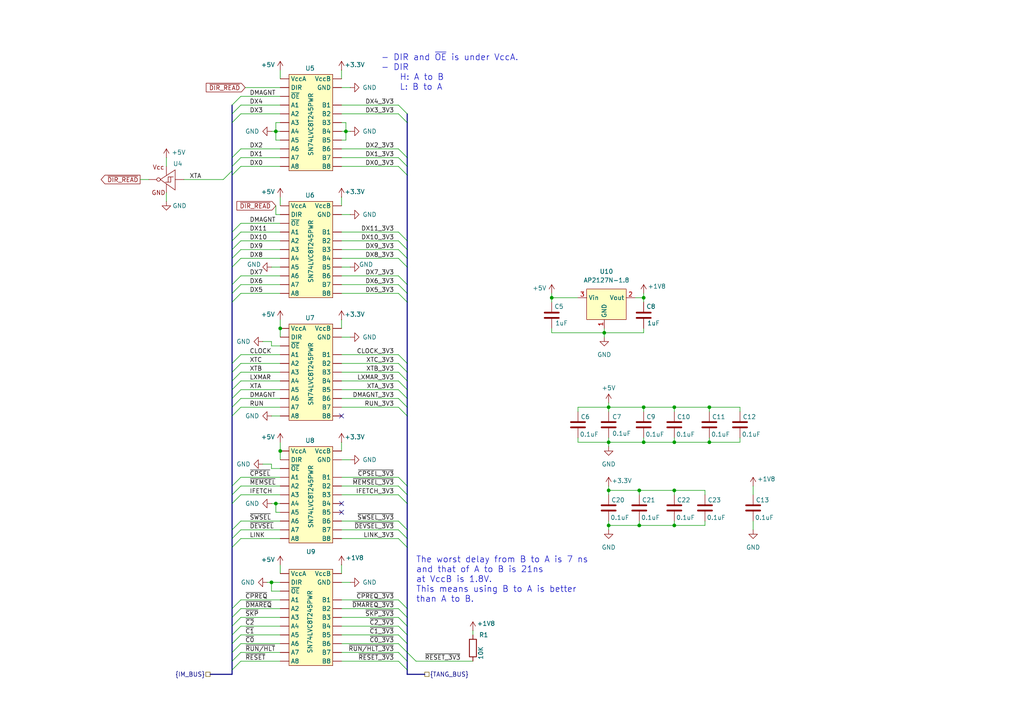
<source format=kicad_sch>
(kicad_sch (version 20250114) (generator "eeschema") (generator_version "9.0")
  (paper "A4")
  (title_block (title "PDP-8_IM6100") (date "2025-11-01") (rev "2.0") (company "@nosuz"))
  (lib_symbols
    (symbol "0my_project:AP2127N-1.8"
      (property "Reference" "U" (at -5.588 5.08 0))
      (property "Value" "AP2127N-1.8" (at 6.35 -6.604 0))
      (symbol "AP2127N-1.8_1_1"
        (rectangle (start -6.35 3.81) (end 5.08 -5.08) (fill (type background)))
        (pin power_in line (at -8.89 1.27 0) (length 2.54) (name "Vin") (number "3"))
        (pin output line (at -1.27 -7.62 90) (length 2.54) (name "GND") (number "1"))
        (pin power_out line (at 7.62 1.27 180) (length 2.54) (name "Vout") (number "2"))
      )
    )
    (symbol "0my_project:SN74AHCT1G14DBVR" (pin_numbers (hide yes)) (pin_names (offset 0) (hide yes))
      (property "Reference" "U" (at 5.334 3.048 0))
      (symbol "SN74AHCT1G14DBVR_0_1"
        (polyline (pts (xy -2.54 2.794) (xy 1.778 0) (xy -2.54 -3.048) (xy -2.54 2.794)))
        (rectangle (start -1.27 0.762) (end -0.508 -0.762))
        (polyline (pts (xy -1.27 0.762) (xy -2.032 0.762)))
        (polyline (pts (xy -0.508 -0.762) (xy 0.254 -0.762)))
        (circle (center 2.286 0) (radius 0.508))
      )
      (symbol "SN74AHCT1G14DBVR_1_1"
        (text "Vcc" (at 2.286 3.556 0) (effects (font (size 1.27 1.27))))
        (text "GND" (at 2.286 -3.81 0) (effects (font (size 1.27 1.27))))
        (pin no_connect line (at -5.08 2.54 0) (length 2.54) (hide yes) (name "NC") (number "1"))
        (pin input line (at -5.08 0 0) (length 2.54) (name "A") (number "2"))
        (pin power_in line (at 0 3.81 270) (length 2.54) (name "Vcc") (number "5"))
        (pin power_in line (at 0 -3.81 90) (length 2.54) (name "GND") (number "3"))
        (pin output line (at 5.08 0 180) (length 2.286) (name "Y") (number "4"))
      )
    )
    (symbol "0my_project:SN74LVC8T245PWR" (pin_numbers (hide yes))
      (property "Reference" "U" (at -5.08 14.732 0))
      (property "Value" "SN74LVC8T245PWR" (at 0 0 90))
      (symbol "SN74LVC8T245PWR_1_1"
        (rectangle (start -6.35 12.7) (end 6.35 -15.24) (fill (type background)))
        (pin power_in line (at -8.89 11.43 0) (length 2.54) (name "VccA") (number "1"))
        (pin bidirectional line (at -8.89 8.89 0) (length 2.54) (name "DIR") (number "2"))
        (pin bidirectional line (at -8.89 6.35 0) (length 2.54) (name "~{OE}") (number "22"))
        (pin bidirectional line (at -8.89 3.81 0) (length 2.54) (name "A1") (number "3"))
        (pin bidirectional line (at -8.89 1.27 0) (length 2.54) (name "A2") (number "4"))
        (pin bidirectional line (at -8.89 -1.27 0) (length 2.54) (name "A3") (number "5"))
        (pin bidirectional line (at -8.89 -3.81 0) (length 2.54) (name "A4") (number "6"))
        (pin bidirectional line (at -8.89 -6.35 0) (length 2.54) (name "A5") (number "7"))
        (pin bidirectional line (at -8.89 -8.89 0) (length 2.54) (name "A6") (number "8"))
        (pin bidirectional line (at -8.89 -11.43 0) (length 2.54) (name "A7") (number "9"))
        (pin bidirectional line (at -8.89 -13.97 0) (length 2.54) (name "A8") (number "10"))
        (pin passive line (at 8.89 11.43 180) (length 2.54) (hide yes) (name "VccB") (number "23"))
        (pin power_in line (at 8.89 11.43 180) (length 2.54) (name "VccB") (number "24"))
        (pin power_in line (at 8.89 8.89 180) (length 2.54) (name "GND") (number "11"))
        (pin passive line (at 8.89 8.89 180) (length 2.54) (hide yes) (name "GND") (number "12"))
        (pin passive line (at 8.89 8.89 180) (length 2.54) (hide yes) (name "GND") (number "13"))
        (pin bidirectional line (at 8.89 3.81 180) (length 2.54) (name "B1") (number "21"))
        (pin bidirectional line (at 8.89 1.27 180) (length 2.54) (name "B2") (number "20"))
        (pin bidirectional line (at 8.89 -1.27 180) (length 2.54) (name "B3") (number "19"))
        (pin bidirectional line (at 8.89 -3.81 180) (length 2.54) (name "B4") (number "18"))
        (pin bidirectional line (at 8.89 -6.35 180) (length 2.54) (name "B5") (number "17"))
        (pin bidirectional line (at 8.89 -8.89 180) (length 2.54) (name "B6") (number "16"))
        (pin bidirectional line (at 8.89 -11.43 180) (length 2.54) (name "B7") (number "15"))
        (pin bidirectional line (at 8.89 -13.97 180) (length 2.54) (name "B8") (number "14"))
      )
    )
    (symbol "Device:C" (pin_numbers (hide yes)) (pin_names (offset 0.254))
      (property "Reference" "C" (at 0.635 2.54 0))
      (property "Value" "C" (at 0.635 -2.54 0))
      (symbol "C_0_1"
        (polyline (pts (xy -2.032 0.762) (xy 2.032 0.762)) (stroke (width 0.508)))
        (polyline (pts (xy -2.032 -0.762) (xy 2.032 -0.762)) (stroke (width 0.508)))
      )
      (symbol "C_1_1"
        (pin passive line (at 0 3.81 270) (length 2.794) (name "~") (number "1"))
        (pin passive line (at 0 -3.81 90) (length 2.794) (name "~") (number "2"))
      )
    )
    (symbol "Device:R" (pin_numbers (hide yes)) (pin_names (offset 0))
      (property "Reference" "R" (at 2.032 0 90))
      (property "Value" "R" (at 0 0 90))
      (symbol "R_0_1"
        (rectangle (start -1.016 -2.54) (end 1.016 2.54) (stroke (width 0.254)))
      )
      (symbol "R_1_1"
        (pin passive line (at 0 3.81 270) (length 1.27) (name "~") (number "1"))
        (pin passive line (at 0 -3.81 90) (length 1.27) (name "~") (number "2"))
      )
    )
    (symbol "power:+1V8" (power) (pin_numbers (hide yes)) (pin_names (offset 0) (hide yes))
      (property "Value" "+1V8" (at 0 3.556 0))
      (symbol "+1V8_0_1"
        (polyline (pts (xy -0.762 1.27) (xy 0 2.54)))
        (polyline (pts (xy 0 2.54) (xy 0.762 1.27)))
        (polyline (pts (xy 0 0) (xy 0 2.54)))
      )
      (symbol "+1V8_1_1"
        (pin power_in line (at 0 0 90) (length 0) (name "~") (number "1"))
      )
    )
    (symbol "power:+3.3V" (power) (pin_numbers (hide yes)) (pin_names (offset 0) (hide yes))
      (property "Value" "+3.3V" (at 0 3.556 0))
      (symbol "+3.3V_0_1"
        (polyline (pts (xy -0.762 1.27) (xy 0 2.54)))
        (polyline (pts (xy 0 2.54) (xy 0.762 1.27)))
        (polyline (pts (xy 0 0) (xy 0 2.54)))
      )
      (symbol "+3.3V_1_1"
        (pin power_in line (at 0 0 90) (length 0) (name "~") (number "1"))
      )
    )
    (symbol "power:+5V" (power) (pin_numbers (hide yes)) (pin_names (offset 0) (hide yes))
      (property "Value" "+5V" (at 0 3.556 0))
      (symbol "+5V_0_1"
        (polyline (pts (xy -0.762 1.27) (xy 0 2.54)))
        (polyline (pts (xy 0 2.54) (xy 0.762 1.27)))
        (polyline (pts (xy 0 0) (xy 0 2.54)))
      )
      (symbol "+5V_1_1"
        (pin power_in line (at 0 0 90) (length 0) (name "~") (number "1"))
      )
    )
    (symbol "power:GND" (power) (pin_numbers (hide yes)) (pin_names (offset 0) (hide yes))
      (property "Value" "GND" (at 0 -3.81 0))
      (symbol "GND_0_1"
        (polyline (pts (xy 0 0) (xy 0 -1.27) (xy 1.27 -1.27) (xy 0 -2.54) (xy -1.27 -1.27) (xy 0 -1.27)))
      )
      (symbol "GND_1_1"
        (pin power_in line (at 0 0 270) (length 0) (name "~") (number "1"))
      )
    )
  )
  (text "The worst delay from B to A is 7 ns\nand that of A to B is 21ns\nat VccB is 1.8V.\nThis means using B to A is better\nthan A to B." (at 120.65 168.148 0) (effects (font (size 1.778 1.778)) (justify left)))
  (text "- DIR and ~{OE} is under VccA.\n- DIR\n    H: A to B\n    L: B to A" (at 110.49 21.082 0) (effects (font (size 1.778 1.778)) (justify left)))
  (junction (at 195.58 152.4))
  (junction (at 175.26 96.52))
  (junction (at 205.74 128.27))
  (junction (at 195.58 128.27))
  (junction (at 195.58 118.11))
  (junction (at 160.02 86.36))
  (junction (at 195.58 142.24))
  (junction (at 100.33 38.1))
  (junction (at 185.42 142.24))
  (junction (at 176.53 128.27))
  (junction (at 176.53 142.24))
  (junction (at 186.69 118.11))
  (junction (at 186.69 86.36))
  (junction (at 81.28 95.25))
  (junction (at 186.69 128.27))
  (junction (at 185.42 152.4))
  (junction (at 176.53 152.4))
  (junction (at 80.01 38.1))
  (junction (at 176.53 118.11))
  (junction (at 81.28 130.81))
  (junction (at 78.74 168.91))
  (junction (at 205.74 118.11))
  (junction (at 80.01 146.05))
  (no_connect (at 99.06 146.05))
  (no_connect (at 99.06 148.59))
  (no_connect (at 99.06 120.65))
  (bus_entry (at 67.31 120.65) (size 2.54 -2.54))
  (bus_entry (at 118.11 115.57) (size -2.54 -2.54))
  (bus_entry (at 118.11 35.56) (size -2.54 -2.54))
  (bus_entry (at 67.31 72.39) (size 2.54 -2.54))
  (bus_entry (at 118.11 118.11) (size -2.54 -2.54))
  (bus_entry (at 67.31 158.75) (size 2.54 -2.54))
  (bus_entry (at 67.31 118.11) (size 2.54 -2.54))
  (bus_entry (at 118.11 74.93) (size -2.54 -2.54))
  (bus_entry (at 67.31 74.93) (size 2.54 -2.54))
  (bus_entry (at 118.11 105.41) (size -2.54 -2.54))
  (bus_entry (at 118.11 143.51) (size -2.54 -2.54))
  (bus_entry (at 67.31 194.31) (size 2.54 -2.54))
  (bus_entry (at 67.31 176.53) (size 2.54 -2.54))
  (bus_entry (at 118.11 186.69) (size -2.54 -2.54))
  (bus_entry (at 67.31 181.61) (size 2.54 -2.54))
  (bus_entry (at 118.11 113.03) (size -2.54 -2.54))
  (bus_entry (at 67.31 110.49) (size 2.54 -2.54))
  (bus_entry (at 67.31 105.41) (size 2.54 -2.54))
  (bus_entry (at 67.31 67.31) (size 2.54 -2.54))
  (bus_entry (at 118.11 77.47) (size -2.54 -2.54))
  (bus_entry (at 118.11 146.05) (size -2.54 -2.54))
  (bus_entry (at 118.11 82.55) (size -2.54 -2.54))
  (bus_entry (at 67.31 30.48) (size 2.54 -2.54))
  (bus_entry (at 118.11 191.77) (size -2.54 -2.54))
  (bus_entry (at 67.31 191.77) (size 2.54 -2.54))
  (bus_entry (at 67.31 77.47) (size 2.54 -2.54))
  (bus_entry (at 67.31 50.8) (size 2.54 -2.54))
  (bus_entry (at 118.11 87.63) (size -2.54 -2.54))
  (bus_entry (at 67.31 87.63) (size 2.54 -2.54))
  (bus_entry (at 118.11 189.23) (size 2.54 2.54))
  (bus_entry (at 118.11 107.95) (size -2.54 -2.54))
  (bus_entry (at 118.11 189.23) (size -2.54 -2.54))
  (bus_entry (at 118.11 184.15) (size -2.54 -2.54))
  (bus_entry (at 67.31 189.23) (size 2.54 -2.54))
  (bus_entry (at 118.11 110.49) (size -2.54 -2.54))
  (bus_entry (at 118.11 140.97) (size -2.54 -2.54))
  (bus_entry (at 118.11 181.61) (size -2.54 -2.54))
  (bus_entry (at 67.31 146.05) (size 2.54 -2.54))
  (bus_entry (at 67.31 143.51) (size 2.54 -2.54))
  (bus_entry (at 118.11 45.72) (size -2.54 -2.54))
  (bus_entry (at 118.11 85.09) (size -2.54 -2.54))
  (bus_entry (at 67.31 140.97) (size 2.54 -2.54))
  (bus_entry (at 67.31 179.07) (size 2.54 -2.54))
  (bus_entry (at 118.11 69.85) (size -2.54 -2.54))
  (bus_entry (at 67.31 186.69) (size 2.54 -2.54))
  (bus_entry (at 67.31 184.15) (size 2.54 -2.54))
  (bus_entry (at 67.31 33.02) (size 2.54 -2.54))
  (bus_entry (at 67.31 69.85) (size 2.54 -2.54))
  (bus_entry (at 67.31 85.09) (size 2.54 -2.54))
  (bus_entry (at 118.11 176.53) (size -2.54 -2.54))
  (bus_entry (at 67.31 107.95) (size 2.54 -2.54))
  (bus_entry (at 67.31 82.55) (size 2.54 -2.54))
  (bus_entry (at 118.11 156.21) (size -2.54 -2.54))
  (bus_entry (at 67.31 113.03) (size 2.54 -2.54))
  (bus_entry (at 67.31 49.53) (size -2.54 2.54))
  (bus_entry (at 67.31 48.26) (size 2.54 -2.54))
  (bus_entry (at 118.11 158.75) (size -2.54 -2.54))
  (bus_entry (at 118.11 179.07) (size -2.54 -2.54))
  (bus_entry (at 67.31 156.21) (size 2.54 -2.54))
  (bus_entry (at 118.11 50.8) (size -2.54 -2.54))
  (bus_entry (at 118.11 153.67) (size -2.54 -2.54))
  (bus_entry (at 118.11 33.02) (size -2.54 -2.54))
  (bus_entry (at 118.11 194.31) (size -2.54 -2.54))
  (bus_entry (at 67.31 35.56) (size 2.54 -2.54))
  (bus_entry (at 118.11 120.65) (size -2.54 -2.54))
  (bus_entry (at 67.31 45.72) (size 2.54 -2.54))
  (bus_entry (at 118.11 72.39) (size -2.54 -2.54))
  (bus_entry (at 67.31 115.57) (size 2.54 -2.54))
  (bus_entry (at 67.31 153.67) (size 2.54 -2.54))
  (bus_entry (at 118.11 48.26) (size -2.54 -2.54))
  (wire (pts (xy 99.06 181.61) (xy 115.57 181.61)))
  (wire (pts (xy 214.63 127) (xy 214.63 128.27)))
  (wire (pts (xy 99.06 85.09) (xy 115.57 85.09)))
  (wire (pts (xy 205.74 119.38) (xy 205.74 118.11)))
  (wire (pts (xy 176.53 152.4) (xy 185.42 152.4)))
  (wire (pts (xy 69.85 80.01) (xy 81.28 80.01)))
  (wire (pts (xy 176.53 116.84) (xy 176.53 118.11)))
  (bus (pts (xy 118.11 179.07) (xy 118.11 181.61)))
  (wire (pts (xy 81.28 35.56) (xy 80.01 35.56)))
  (wire (pts (xy 69.85 107.95) (xy 81.28 107.95)))
  (bus (pts (xy 118.11 48.26) (xy 118.11 50.8)))
  (wire (pts (xy 195.58 118.11) (xy 205.74 118.11)))
  (wire (pts (xy 78.74 77.47) (xy 81.28 77.47)))
  (wire (pts (xy 81.28 40.64) (xy 80.01 40.64)))
  (wire (pts (xy 137.16 182.88) (xy 137.16 184.15)))
  (wire (pts (xy 195.58 127) (xy 195.58 128.27)))
  (wire (pts (xy 184.15 86.36) (xy 186.69 86.36)))
  (wire (pts (xy 69.85 118.11) (xy 81.28 118.11)))
  (wire (pts (xy 80.01 35.56) (xy 80.01 38.1)))
  (bus (pts (xy 118.11 45.72) (xy 118.11 48.26)))
  (wire (pts (xy 78.74 99.06) (xy 78.74 100.33)))
  (wire (pts (xy 99.06 38.1) (xy 100.33 38.1)))
  (bus (pts (xy 118.11 195.58) (xy 123.19 195.58)))
  (wire (pts (xy 78.74 120.65) (xy 81.28 120.65)))
  (wire (pts (xy 69.85 138.43) (xy 81.28 138.43)))
  (wire (pts (xy 99.06 67.31) (xy 115.57 67.31)))
  (bus (pts (xy 118.11 120.65) (xy 118.11 140.97)))
  (bus (pts (xy 118.11 146.05) (xy 118.11 153.67)))
  (wire (pts (xy 69.85 186.69) (xy 81.28 186.69)))
  (wire (pts (xy 176.53 128.27) (xy 176.53 129.54)))
  (wire (pts (xy 99.06 35.56) (xy 100.33 35.56)))
  (wire (pts (xy 205.74 118.11) (xy 214.63 118.11)))
  (wire (pts (xy 176.53 118.11) (xy 176.53 119.38)))
  (wire (pts (xy 81.28 130.81) (xy 81.28 133.35)))
  (wire (pts (xy 160.02 85.09) (xy 160.02 86.36)))
  (wire (pts (xy 81.28 20.32) (xy 81.28 22.86)))
  (wire (pts (xy 76.2 99.06) (xy 78.74 99.06)))
  (wire (pts (xy 99.06 133.35) (xy 101.6 133.35)))
  (bus (pts (xy 67.31 48.26) (xy 67.31 49.53)))
  (bus (pts (xy 67.31 69.85) (xy 67.31 72.39)))
  (wire (pts (xy 99.06 138.43) (xy 115.57 138.43)))
  (wire (pts (xy 99.06 77.47) (xy 101.6 77.47)))
  (wire (pts (xy 80.01 40.64) (xy 80.01 38.1)))
  (bus (pts (xy 67.31 153.67) (xy 67.31 156.21)))
  (bus (pts (xy 67.31 85.09) (xy 67.31 87.63)))
  (bus (pts (xy 67.31 87.63) (xy 67.31 105.41)))
  (wire (pts (xy 80.01 62.23) (xy 81.28 62.23)))
  (wire (pts (xy 99.06 191.77) (xy 115.57 191.77)))
  (bus (pts (xy 67.31 35.56) (xy 67.31 45.72)))
  (wire (pts (xy 78.74 38.1) (xy 80.01 38.1)))
  (wire (pts (xy 99.06 110.49) (xy 115.57 110.49)))
  (wire (pts (xy 69.85 156.21) (xy 81.28 156.21)))
  (wire (pts (xy 69.85 64.77) (xy 81.28 64.77)))
  (wire (pts (xy 99.06 156.21) (xy 115.57 156.21)))
  (bus (pts (xy 67.31 156.21) (xy 67.31 158.75)))
  (wire (pts (xy 185.42 142.24) (xy 195.58 142.24)))
  (wire (pts (xy 69.85 140.97) (xy 81.28 140.97)))
  (bus (pts (xy 118.11 74.93) (xy 118.11 77.47)))
  (wire (pts (xy 99.06 118.11) (xy 115.57 118.11)))
  (bus (pts (xy 67.31 191.77) (xy 67.31 194.31)))
  (bus (pts (xy 67.31 33.02) (xy 67.31 35.56)))
  (wire (pts (xy 175.26 95.25) (xy 175.26 96.52)))
  (wire (pts (xy 80.01 59.69) (xy 80.01 62.23)))
  (wire (pts (xy 185.42 152.4) (xy 195.58 152.4)))
  (wire (pts (xy 99.06 92.71) (xy 99.06 95.25)))
  (wire (pts (xy 99.06 176.53) (xy 115.57 176.53)))
  (bus (pts (xy 118.11 77.47) (xy 118.11 82.55)))
  (bus (pts (xy 118.11 110.49) (xy 118.11 113.03)))
  (wire (pts (xy 195.58 142.24) (xy 195.58 143.51)))
  (wire (pts (xy 99.06 25.4) (xy 101.6 25.4)))
  (wire (pts (xy 80.01 38.1) (xy 81.28 38.1)))
  (wire (pts (xy 205.74 127) (xy 205.74 128.27)))
  (wire (pts (xy 69.85 184.15) (xy 81.28 184.15)))
  (wire (pts (xy 99.06 163.83) (xy 99.06 166.37)))
  (bus (pts (xy 67.31 146.05) (xy 67.31 153.67)))
  (bus (pts (xy 118.11 140.97) (xy 118.11 143.51)))
  (wire (pts (xy 69.85 85.09) (xy 81.28 85.09)))
  (wire (pts (xy 78.74 171.45) (xy 81.28 171.45)))
  (wire (pts (xy 218.44 151.13) (xy 218.44 153.67)))
  (wire (pts (xy 78.74 168.91) (xy 81.28 168.91)))
  (bus (pts (xy 118.11 113.03) (xy 118.11 115.57)))
  (wire (pts (xy 99.06 43.18) (xy 115.57 43.18)))
  (wire (pts (xy 77.47 168.91) (xy 78.74 168.91)))
  (wire (pts (xy 69.85 191.77) (xy 81.28 191.77)))
  (bus (pts (xy 118.11 35.56) (xy 118.11 45.72)))
  (wire (pts (xy 99.06 62.23) (xy 101.6 62.23)))
  (wire (pts (xy 214.63 119.38) (xy 214.63 118.11)))
  (wire (pts (xy 69.85 48.26) (xy 81.28 48.26)))
  (wire (pts (xy 40.64 52.07) (xy 43.18 52.07)))
  (bus (pts (xy 67.31 176.53) (xy 67.31 179.07)))
  (wire (pts (xy 99.06 20.32) (xy 99.06 22.86)))
  (wire (pts (xy 176.53 140.97) (xy 176.53 142.24)))
  (wire (pts (xy 69.85 143.51) (xy 81.28 143.51)))
  (wire (pts (xy 99.06 173.99) (xy 115.57 173.99)))
  (wire (pts (xy 81.28 163.83) (xy 81.28 166.37)))
  (wire (pts (xy 176.53 118.11) (xy 186.69 118.11)))
  (wire (pts (xy 80.01 146.05) (xy 81.28 146.05)))
  (wire (pts (xy 167.64 128.27) (xy 176.53 128.27)))
  (wire (pts (xy 185.42 151.13) (xy 185.42 152.4)))
  (bus (pts (xy 118.11 107.95) (xy 118.11 110.49)))
  (bus (pts (xy 118.11 118.11) (xy 118.11 120.65)))
  (wire (pts (xy 78.74 100.33) (xy 81.28 100.33)))
  (wire (pts (xy 99.06 45.72) (xy 115.57 45.72)))
  (wire (pts (xy 80.01 146.05) (xy 80.01 148.59)))
  (bus (pts (xy 67.31 72.39) (xy 67.31 74.93)))
  (wire (pts (xy 69.85 105.41) (xy 81.28 105.41)))
  (bus (pts (xy 67.31 143.51) (xy 67.31 146.05)))
  (wire (pts (xy 69.85 181.61) (xy 81.28 181.61)))
  (bus (pts (xy 118.11 158.75) (xy 118.11 176.53)))
  (wire (pts (xy 99.06 74.93) (xy 115.57 74.93)))
  (wire (pts (xy 100.33 35.56) (xy 100.33 38.1)))
  (wire (pts (xy 176.53 151.13) (xy 176.53 152.4)))
  (wire (pts (xy 69.85 27.94) (xy 81.28 27.94)))
  (wire (pts (xy 100.33 38.1) (xy 101.6 38.1)))
  (bus (pts (xy 67.31 181.61) (xy 67.31 184.15)))
  (bus (pts (xy 67.31 105.41) (xy 67.31 107.95)))
  (wire (pts (xy 176.53 142.24) (xy 176.53 143.51)))
  (wire (pts (xy 99.06 128.27) (xy 99.06 130.81)))
  (wire (pts (xy 186.69 119.38) (xy 186.69 118.11)))
  (bus (pts (xy 67.31 158.75) (xy 67.31 176.53)))
  (wire (pts (xy 69.85 179.07) (xy 81.28 179.07)))
  (wire (pts (xy 186.69 95.25) (xy 186.69 96.52)))
  (bus (pts (xy 118.11 82.55) (xy 118.11 85.09)))
  (wire (pts (xy 99.06 30.48) (xy 115.57 30.48)))
  (bus (pts (xy 118.11 156.21) (xy 118.11 158.75)))
  (wire (pts (xy 81.28 95.25) (xy 81.28 97.79)))
  (wire (pts (xy 175.26 96.52) (xy 175.26 97.79)))
  (wire (pts (xy 64.77 52.07) (xy 53.34 52.07)))
  (wire (pts (xy 99.06 186.69) (xy 115.57 186.69)))
  (bus (pts (xy 67.31 45.72) (xy 67.31 48.26)))
  (bus (pts (xy 118.11 176.53) (xy 118.11 179.07)))
  (wire (pts (xy 186.69 86.36) (xy 186.69 87.63)))
  (bus (pts (xy 67.31 186.69) (xy 67.31 189.23)))
  (bus (pts (xy 67.31 50.8) (xy 67.31 67.31)))
  (bus (pts (xy 118.11 105.41) (xy 118.11 107.95)))
  (wire (pts (xy 160.02 96.52) (xy 175.26 96.52)))
  (bus (pts (xy 118.11 50.8) (xy 118.11 69.85)))
  (wire (pts (xy 78.74 168.91) (xy 78.74 171.45)))
  (wire (pts (xy 99.06 48.26) (xy 115.57 48.26)))
  (wire (pts (xy 99.06 140.97) (xy 115.57 140.97)))
  (wire (pts (xy 186.69 127) (xy 186.69 128.27)))
  (wire (pts (xy 69.85 67.31) (xy 81.28 67.31)))
  (wire (pts (xy 69.85 82.55) (xy 81.28 82.55)))
  (bus (pts (xy 118.11 143.51) (xy 118.11 146.05)))
  (wire (pts (xy 99.06 107.95) (xy 115.57 107.95)))
  (wire (pts (xy 186.69 118.11) (xy 195.58 118.11)))
  (wire (pts (xy 69.85 30.48) (xy 81.28 30.48)))
  (bus (pts (xy 67.31 118.11) (xy 67.31 120.65)))
  (wire (pts (xy 99.06 151.13) (xy 115.57 151.13)))
  (bus (pts (xy 67.31 107.95) (xy 67.31 110.49)))
  (wire (pts (xy 176.53 142.24) (xy 185.42 142.24)))
  (bus (pts (xy 118.11 85.09) (xy 118.11 87.63)))
  (bus (pts (xy 118.11 72.39) (xy 118.11 74.93)))
  (wire (pts (xy 78.74 134.62) (xy 78.74 135.89)))
  (wire (pts (xy 204.47 151.13) (xy 204.47 152.4)))
  (bus (pts (xy 118.11 181.61) (xy 118.11 184.15)))
  (wire (pts (xy 167.64 127) (xy 167.64 128.27)))
  (wire (pts (xy 81.28 128.27) (xy 81.28 130.81)))
  (wire (pts (xy 81.28 148.59) (xy 80.01 148.59)))
  (wire (pts (xy 99.06 82.55) (xy 115.57 82.55)))
  (bus (pts (xy 118.11 184.15) (xy 118.11 186.69)))
  (bus (pts (xy 118.11 194.31) (xy 118.11 195.58)))
  (wire (pts (xy 99.06 168.91) (xy 101.6 168.91)))
  (wire (pts (xy 99.06 153.67) (xy 115.57 153.67)))
  (wire (pts (xy 185.42 142.24) (xy 185.42 143.51)))
  (wire (pts (xy 160.02 86.36) (xy 167.64 86.36)))
  (wire (pts (xy 205.74 128.27) (xy 214.63 128.27)))
  (wire (pts (xy 195.58 142.24) (xy 204.47 142.24)))
  (wire (pts (xy 167.64 119.38) (xy 167.64 118.11)))
  (wire (pts (xy 99.06 179.07) (xy 115.57 179.07)))
  (bus (pts (xy 118.11 153.67) (xy 118.11 156.21)))
  (wire (pts (xy 204.47 143.51) (xy 204.47 142.24)))
  (bus (pts (xy 118.11 186.69) (xy 118.11 189.23)))
  (wire (pts (xy 69.85 176.53) (xy 81.28 176.53)))
  (bus (pts (xy 118.11 87.63) (xy 118.11 105.41)))
  (wire (pts (xy 195.58 128.27) (xy 205.74 128.27)))
  (wire (pts (xy 99.06 143.51) (xy 115.57 143.51)))
  (bus (pts (xy 67.31 179.07) (xy 67.31 181.61)))
  (bus (pts (xy 67.31 110.49) (xy 67.31 113.03)))
  (wire (pts (xy 99.06 115.57) (xy 115.57 115.57)))
  (bus (pts (xy 67.31 113.03) (xy 67.31 115.57)))
  (bus (pts (xy 67.31 189.23) (xy 67.31 191.77)))
  (wire (pts (xy 137.16 191.77) (xy 120.65 191.77)))
  (wire (pts (xy 48.26 45.72) (xy 48.26 48.26)))
  (wire (pts (xy 99.06 102.87) (xy 115.57 102.87)))
  (bus (pts (xy 118.11 115.57) (xy 118.11 118.11)))
  (bus (pts (xy 67.31 115.57) (xy 67.31 118.11)))
  (wire (pts (xy 176.53 127) (xy 176.53 128.27)))
  (wire (pts (xy 69.85 173.99) (xy 81.28 173.99)))
  (wire (pts (xy 218.44 140.97) (xy 218.44 143.51)))
  (wire (pts (xy 69.85 110.49) (xy 81.28 110.49)))
  (wire (pts (xy 100.33 40.64) (xy 100.33 38.1)))
  (wire (pts (xy 69.85 102.87) (xy 81.28 102.87)))
  (wire (pts (xy 76.2 134.62) (xy 78.74 134.62)))
  (wire (pts (xy 195.58 119.38) (xy 195.58 118.11)))
  (wire (pts (xy 99.06 33.02) (xy 115.57 33.02)))
  (bus (pts (xy 67.31 74.93) (xy 67.31 77.47)))
  (wire (pts (xy 69.85 153.67) (xy 81.28 153.67)))
  (wire (pts (xy 69.85 74.93) (xy 81.28 74.93)))
  (bus (pts (xy 118.11 69.85) (xy 118.11 72.39)))
  (bus (pts (xy 67.31 120.65) (xy 67.31 140.97)))
  (wire (pts (xy 69.85 72.39) (xy 81.28 72.39)))
  (wire (pts (xy 99.06 57.15) (xy 99.06 59.69)))
  (wire (pts (xy 186.69 86.36) (xy 186.69 85.09)))
  (bus (pts (xy 67.31 49.53) (xy 67.31 50.8)))
  (wire (pts (xy 160.02 95.25) (xy 160.02 96.52)))
  (bus (pts (xy 67.31 184.15) (xy 67.31 186.69)))
  (bus (pts (xy 67.31 194.31) (xy 67.31 195.58)))
  (bus (pts (xy 67.31 67.31) (xy 67.31 69.85)))
  (wire (pts (xy 99.06 105.41) (xy 115.57 105.41)))
  (bus (pts (xy 67.31 82.55) (xy 67.31 85.09)))
  (wire (pts (xy 99.06 189.23) (xy 115.57 189.23)))
  (bus (pts (xy 118.11 33.02) (xy 118.11 35.56)))
  (wire (pts (xy 48.26 55.88) (xy 48.26 58.42)))
  (wire (pts (xy 99.06 184.15) (xy 115.57 184.15)))
  (wire (pts (xy 195.58 151.13) (xy 195.58 152.4)))
  (wire (pts (xy 69.85 151.13) (xy 81.28 151.13)))
  (bus (pts (xy 67.31 140.97) (xy 67.31 143.51)))
  (wire (pts (xy 176.53 152.4) (xy 176.53 153.67)))
  (wire (pts (xy 69.85 45.72) (xy 81.28 45.72)))
  (wire (pts (xy 176.53 128.27) (xy 186.69 128.27)))
  (bus (pts (xy 67.31 30.48) (xy 67.31 33.02)))
  (bus (pts (xy 118.11 189.23) (xy 118.11 191.77)))
  (wire (pts (xy 69.85 115.57) (xy 81.28 115.57)))
  (wire (pts (xy 78.74 135.89) (xy 81.28 135.89)))
  (wire (pts (xy 99.06 72.39) (xy 115.57 72.39)))
  (bus (pts (xy 60.96 195.58) (xy 67.31 195.58)))
  (wire (pts (xy 81.28 57.15) (xy 81.28 59.69)))
  (wire (pts (xy 99.06 69.85) (xy 115.57 69.85)))
  (wire (pts (xy 167.64 118.11) (xy 176.53 118.11)))
  (bus (pts (xy 118.11 191.77) (xy 118.11 194.31)))
  (wire (pts (xy 78.74 146.05) (xy 80.01 146.05)))
  (wire (pts (xy 186.69 96.52) (xy 175.26 96.52)))
  (wire (pts (xy 69.85 189.23) (xy 81.28 189.23)))
  (wire (pts (xy 99.06 40.64) (xy 100.33 40.64)))
  (wire (pts (xy 160.02 86.36) (xy 160.02 87.63)))
  (wire (pts (xy 69.85 43.18) (xy 81.28 43.18)))
  (wire (pts (xy 186.69 128.27) (xy 195.58 128.27)))
  (wire (pts (xy 69.85 113.03) (xy 81.28 113.03)))
  (wire (pts (xy 69.85 69.85) (xy 81.28 69.85)))
  (bus (pts (xy 67.31 77.47) (xy 67.31 82.55)))
  (wire (pts (xy 195.58 152.4) (xy 204.47 152.4)))
  (wire (pts (xy 69.85 33.02) (xy 81.28 33.02)))
  (wire (pts (xy 99.06 97.79) (xy 101.6 97.79)))
  (wire (pts (xy 71.12 25.4) (xy 81.28 25.4)))
  (wire (pts (xy 81.28 92.71) (xy 81.28 95.25)))
  (wire (pts (xy 99.06 113.03) (xy 115.57 113.03)))
  (wire (pts (xy 99.06 80.01) (xy 115.57 80.01)))
  (label "~{C1}" (at 71.12 184.15 0))
  (label "~{RESET_3V3}" (at 114.3 191.77 180))
  (label "DX4_3V3" (at 114.3 30.48 180))
  (label "DX8" (at 72.39 74.93 0))
  (label "DX2_3V3" (at 114.3 43.18 180))
  (label "~{MEMSEL_3V3}" (at 114.3 140.97 180))
  (label "DX9" (at 72.39 72.39 0))
  (label "DX11" (at 72.39 67.31 0))
  (label "XTA" (at 72.39 113.03 0))
  (label "~{SWSEL_3V3}" (at 114.3 151.13 180))
  (label "XTC" (at 72.39 105.41 0))
  (label "DX9_3V3" (at 114.3 72.39 180))
  (label "IFETCH" (at 72.39 143.51 0))
  (label "~{C2_3V3}" (at 114.3 181.61 180))
  (label "DX6" (at 72.39 82.55 0))
  (label "XTA" (at 58.42 52.07 180))
  (label "DMAGNT_3V3" (at 114.3 115.57 180))
  (label "LINK_3V3" (at 114.3 156.21 180))
  (label "~{C2}" (at 71.12 181.61 0))
  (label "DX0" (at 72.39 48.26 0))
  (label "DX5_3V3" (at 114.3 85.09 180))
  (label "~{C0}" (at 71.12 186.69 0))
  (label "DX6_3V3" (at 114.3 82.55 180))
  (label "DX10_3V3" (at 114.3 69.85 180))
  (label "LXMAR_3V3" (at 114.3 110.49 180))
  (label "XTA_3V3" (at 114.3 113.03 180))
  (label "DX8_3V3" (at 114.3 74.93 180))
  (label "CLOCK_3V3" (at 114.3 102.87 180))
  (label "~{CPREQ_3V3}" (at 114.3 173.99 180))
  (label "DX0_3V3" (at 114.3 48.26 180))
  (label "XTC_3V3" (at 114.3 105.41 180))
  (label "DX1" (at 72.39 45.72 0))
  (label "CLOCK" (at 72.39 102.87 0))
  (label "~{SWSEL}" (at 72.39 151.13 0))
  (label "LXMAR" (at 72.39 110.49 0))
  (label "RUN" (at 72.39 118.11 0))
  (label "DMAGNT" (at 72.39 115.57 0))
  (label "DX10" (at 72.39 69.85 0))
  (label "DX1_3V3" (at 114.3 45.72 180))
  (label "~{C1_3V3}" (at 114.3 184.15 180))
  (label "DX3_3V3" (at 114.3 33.02 180))
  (label "DX7_3V3" (at 114.3 80.01 180))
  (label "~{CPSEL}" (at 72.39 138.43 0))
  (label "DX11_3V3" (at 114.3 67.31 180))
  (label "DX5" (at 72.39 85.09 0))
  (label "~{RESET_3V3}" (at 123.19 191.77 0))
  (label "~{MEMSEL}" (at 72.39 140.97 0))
  (label "~{DEVSEL}" (at 72.39 153.67 0))
  (label "DX2" (at 72.39 43.18 0))
  (label "~{C0_3V3}" (at 114.3 186.69 180))
  (label "XTB_3V3" (at 114.3 107.95 180))
  (label "XTB" (at 72.39 107.95 0))
  (label "~{CPREQ}" (at 71.12 173.99 0))
  (label "~{DMAREQ_3V3}" (at 114.3 176.53 180))
  (label "DX3" (at 72.39 33.02 0))
  (label "RUN_3V3" (at 114.3 118.11 180))
  (label "~{SKP}" (at 71.12 179.07 0))
  (label "DMAGNT" (at 72.39 27.94 0))
  (label "DMAGNT" (at 72.39 64.77 0))
  (label "~{RUN{slash}HLT}" (at 71.12 189.23 0))
  (label "~{SKP_3V3}" (at 114.3 179.07 180))
  (label "~{RESET}" (at 71.12 191.77 0))
  (label "LINK" (at 72.39 156.21 0))
  (label "DX7" (at 72.39 80.01 0))
  (label "~{CPSEL_3V3}" (at 114.3 138.43 180))
  (label "~{DMAREQ}" (at 71.12 176.53 0))
  (label "~{RUN{slash}HLT_3V3}" (at 114.3 189.23 180))
  (label "DX4" (at 72.39 30.48 0))
  (label "~{DEVSEL_3V3}" (at 114.3 153.67 180))
  (label "IFETCH_3V3" (at 114.3 143.51 180))
  (global_label "~{DIR_READ}" (shape output) (at 40.64 52.07 180) (property "Intersheetrefs" "${INTERSHEET_REFS}" (effects (hide yes))))
  (global_label "~{DIR_READ}" (shape input) (at 71.12 25.4 180) (property "Intersheetrefs" "${INTERSHEET_REFS}" (effects (hide yes))))
  (global_label "~{DIR_READ}" (shape input) (at 80.01 59.69 180) (property "Intersheetrefs" "${INTERSHEET_REFS}" (effects (hide yes))))
  (hierarchical_label "{IM_BUS}" (shape passive) (at 60.96 195.58 180))
  (hierarchical_label "{TANG_BUS}" (shape passive) (at 123.19 195.58 0))
  (symbol (lib_id "power:GND") (at 101.6 133.35 90) (unit 1)
    (property "Reference" "#PWR035" (effects (hide yes)))
    (property "Value" "GND" (at 107.188 133.35 90))
    (property "Description" "Power symbol creates a global label with name \"GND\" , ground" (effects (hide yes)))
  )
  (symbol (lib_id "0my_project:SN74AHCT1G14DBVR") (at 48.26 52.07 0) (mirror y) (unit 1)
    (property "Reference" "U4" (at 51.562 47.498 0))
    (property "Value" "SN74AHCT1G14DBV" (effects (hide yes)))
    (property "Footprint" "0my_project:SOT-23-5_TI" (effects (hide yes)))
    (property "Datasheet" "https://www.ti.com/lit/ds/symlink/sn74ahct1g14.pdf" (effects (hide yes)))
    (property "Description" "Single Inverter with Schmitt-Trigger Input" (effects (hide yes)))
    (property "LCSC" "C55250" (effects (hide yes)))
  )
  (symbol (lib_id "power:+1V8") (at 99.06 163.83 0) (unit 1)
    (property "Reference" "#PWR042" (effects (hide yes)))
    (property "Value" "+1V8" (at 102.87 161.798 0))
    (property "Description" "Power symbol creates a global label with name \"+1V8\"" (effects (hide yes)))
  )
  (symbol (lib_id "power:GND") (at 78.74 38.1 270) (unit 1)
    (property "Reference" "#PWR091" (effects (hide yes)))
    (property "Value" "GND" (at 73.152 38.1 90))
    (property "Description" "Power symbol creates a global label with name \"GND\" , ground" (effects (hide yes)))
  )
  (symbol (lib_id "power:GND") (at 218.44 153.67 0) (unit 1)
    (property "Reference" "#PWR041" (effects (hide yes)))
    (property "Value" "GND" (at 218.44 158.75 0))
    (property "Description" "Power symbol creates a global label with name \"GND\" , ground" (effects (hide yes)))
  )
  (symbol (lib_id "power:GND") (at 78.74 120.65 270) (unit 1)
    (property "Reference" "#PWR089" (effects (hide yes)))
    (property "Value" "GND" (at 73.152 120.65 90))
    (property "Description" "Power symbol creates a global label with name \"GND\" , ground" (effects (hide yes)))
  )
  (symbol (lib_id "Device:C") (at 160.02 91.44 0) (unit 1)
    (property "Reference" "C5" (at 160.782 88.9 0) (effects (justify left)))
    (property "Value" "1uF" (at 161.036 93.726 0) (effects (justify left)))
    (property "Footprint" "0my_project:C_1608_0603" (effects (hide yes)))
    (property "Description" "Unpolarized capacitor" (effects (hide yes)))
    (property "LCSC" "C15849" (effects (hide yes)))
  )
  (symbol (lib_id "Device:C") (at 195.58 123.19 0) (unit 1)
    (property "Reference" "C10" (at 196.342 120.904 0) (effects (justify left)))
    (property "Value" "0.1uF" (at 196.088 125.984 0) (effects (justify left)))
    (property "Footprint" "0my_project:C_1608_0603" (effects (hide yes)))
    (property "Description" "Unpolarized capacitor" (effects (hide yes)))
    (property "LCSC" "C14663" (effects (hide yes)))
  )
  (symbol (lib_id "power:GND") (at 76.2 99.06 270) (unit 1)
    (property "Reference" "#PWR020" (effects (hide yes)))
    (property "Value" "GND" (at 70.612 99.06 90))
    (property "Description" "Power symbol creates a global label with name \"GND\" , ground" (effects (hide yes)))
  )
  (symbol (lib_id "Device:C") (at 176.53 147.32 0) (unit 1)
    (property "Reference" "C20" (at 177.292 145.034 0) (effects (justify left)))
    (property "Value" "0.1uF" (at 177.038 150.114 0) (effects (justify left)))
    (property "Footprint" "0my_project:C_1608_0603" (effects (hide yes)))
    (property "Description" "Unpolarized capacitor" (effects (hide yes)))
    (property "LCSC" "C14663" (effects (hide yes)))
  )
  (symbol (lib_id "Device:C") (at 176.53 123.19 0) (unit 1)
    (property "Reference" "C7" (at 177.546 120.904 0) (effects (justify left)))
    (property "Value" "0.1uF" (at 177.546 125.73 0) (effects (justify left)))
    (property "Footprint" "0my_project:C_1608_0603" (effects (hide yes)))
    (property "Description" "Unpolarized capacitor" (effects (hide yes)))
    (property "LCSC" "C14663" (effects (hide yes)))
  )
  (symbol (lib_id "Device:C") (at 185.42 147.32 0) (unit 1)
    (property "Reference" "C21" (at 186.182 145.034 0) (effects (justify left)))
    (property "Value" "0.1uF" (at 185.928 150.114 0) (effects (justify left)))
    (property "Footprint" "0my_project:C_1608_0603" (effects (hide yes)))
    (property "Description" "Unpolarized capacitor" (effects (hide yes)))
    (property "LCSC" "C14663" (effects (hide yes)))
  )
  (symbol (lib_id "power:GND") (at 78.74 77.47 270) (unit 1)
    (property "Reference" "#PWR090" (effects (hide yes)))
    (property "Value" "GND" (at 73.66 76.708 90))
    (property "Description" "Power symbol creates a global label with name \"GND\" , ground" (effects (hide yes)))
  )
  (symbol (lib_id "Device:C") (at 205.74 123.19 0) (unit 1)
    (property "Reference" "C11" (at 206.502 120.904 0) (effects (justify left)))
    (property "Value" "0.1uF" (at 206.248 125.984 0) (effects (justify left)))
    (property "Footprint" "0my_project:C_1608_0603" (effects (hide yes)))
    (property "Description" "Unpolarized capacitor" (effects (hide yes)))
    (property "LCSC" "C14663" (effects (hide yes)))
  )
  (symbol (lib_id "power:GND") (at 77.47 168.91 270) (unit 1)
    (property "Reference" "#PWR019" (effects (hide yes)))
    (property "Value" "GND" (at 71.882 168.91 90))
    (property "Description" "Power symbol creates a global label with name \"GND\" , ground" (effects (hide yes)))
  )
  (symbol (lib_id "power:GND") (at 175.26 97.79 0) (unit 1)
    (property "Reference" "#PWR039" (effects (hide yes)))
    (property "Value" "GND" (at 175.26 102.87 0))
    (property "Description" "Power symbol creates a global label with name \"GND\" , ground" (effects (hide yes)))
  )
  (symbol (lib_id "power:GND") (at 176.53 129.54 0) (unit 1)
    (property "Reference" "#PWR077" (effects (hide yes)))
    (property "Value" "GND" (at 176.53 134.62 0))
    (property "Description" "Power symbol creates a global label with name \"GND\" , ground" (effects (hide yes)))
  )
  (symbol (lib_id "power:+5V") (at 176.53 116.84 0) (unit 1)
    (property "Reference" "#PWR040" (effects (hide yes)))
    (property "Value" "+5V" (at 176.53 112.522 0))
    (property "Description" "Power symbol creates a global label with name \"+5V\"" (effects (hide yes)))
  )
  (symbol (lib_id "Device:C") (at 195.58 147.32 0) (unit 1)
    (property "Reference" "C22" (at 196.342 145.034 0) (effects (justify left)))
    (property "Value" "0.1uF" (at 196.088 150.114 0) (effects (justify left)))
    (property "Footprint" "0my_project:C_1608_0603" (effects (hide yes)))
    (property "Description" "Unpolarized capacitor" (effects (hide yes)))
    (property "LCSC" "C14663" (effects (hide yes)))
  )
  (symbol (lib_id "power:+1V8") (at 186.69 85.09 0) (unit 1)
    (property "Reference" "#PWR031" (effects (hide yes)))
    (property "Value" "+1V8" (at 190.5 83.058 0))
    (property "Description" "Power symbol creates a global label with name \"+1V8\"" (effects (hide yes)))
  )
  (symbol (lib_id "power:+3.3V") (at 176.53 140.97 0) (unit 1)
    (property "Reference" "#PWR076" (effects (hide yes)))
    (property "Value" "+3.3V" (at 180.34 139.446 0))
    (property "Description" "Power symbol creates a global label with name \"+3.3V\"" (effects (hide yes)))
  )
  (symbol (lib_id "power:GND") (at 101.6 168.91 90) (unit 1)
    (property "Reference" "#PWR036" (effects (hide yes)))
    (property "Value" "GND" (at 107.188 168.91 90))
    (property "Description" "Power symbol creates a global label with name \"GND\" , ground" (effects (hide yes)))
  )
  (symbol (lib_id "power:+5V") (at 81.28 57.15 0) (unit 1)
    (property "Reference" "#PWR023" (effects (hide yes)))
    (property "Value" "+5V" (at 77.724 55.626 0))
    (property "Description" "Power symbol creates a global label with name \"+5V\"" (effects (hide yes)))
  )
  (symbol (lib_id "power:+1V8") (at 218.44 140.97 0) (unit 1)
    (property "Reference" "#PWR043" (effects (hide yes)))
    (property "Value" "+1V8" (at 222.25 138.938 0))
    (property "Description" "Power symbol creates a global label with name \"+1V8\"" (effects (hide yes)))
  )
  (symbol (lib_id "power:+5V") (at 81.28 163.83 0) (unit 1)
    (property "Reference" "#PWR026" (effects (hide yes)))
    (property "Value" "+5V" (at 77.724 162.306 0))
    (property "Description" "Power symbol creates a global label with name \"+5V\"" (effects (hide yes)))
  )
  (symbol (lib_id "power:+5V") (at 81.28 92.71 0) (unit 1)
    (property "Reference" "#PWR024" (effects (hide yes)))
    (property "Value" "+5V" (at 77.724 91.186 0))
    (property "Description" "Power symbol creates a global label with name \"+5V\"" (effects (hide yes)))
  )
  (symbol (lib_id "0my_project:SN74LVC8T245PWR") (at 90.17 142.24 0) (unit 1)
    (property "Reference" "U8" (at 89.916 127.762 0))
    (property "Value" "SN74LVC8T245PWR" (at 90.17 144.018 90))
    (property "Footprint" "0my_project:TSSOP-24_TI-PW" (effects (hide yes)))
    (property "Datasheet" "https://www.ti.com/lit/ds/symlink/sn74lvc8t245.pdf" (effects (hide yes)))
    (property "Description" "8-Bit Dual-Supply Bus Transceiver" (effects (hide yes)))
    (property "LCSC" "C27643" (effects (hide yes)))
  )
  (symbol (lib_id "Device:C") (at 214.63 123.19 0) (unit 1)
    (property "Reference" "C12" (at 215.392 120.904 0) (effects (justify left)))
    (property "Value" "0.1uF" (at 215.138 125.984 0) (effects (justify left)))
    (property "Footprint" "0my_project:C_1608_0603" (effects (hide yes)))
    (property "Description" "Unpolarized capacitor" (effects (hide yes)))
    (property "LCSC" "C14663" (effects (hide yes)))
  )
  (symbol (lib_id "0my_project:SN74LVC8T245PWR") (at 90.17 106.68 0) (unit 1)
    (property "Reference" "U7" (at 89.916 92.202 0))
    (property "Value" "SN74LVC8T245PWR" (at 90.17 108.458 90))
    (property "Footprint" "0my_project:TSSOP-24_TI-PW" (effects (hide yes)))
    (property "Datasheet" "https://www.ti.com/lit/ds/symlink/sn74lvc8t245.pdf" (effects (hide yes)))
    (property "Description" "8-Bit Dual-Supply Bus Transceiver" (effects (hide yes)))
    (property "LCSC" "C27643" (effects (hide yes)))
  )
  (symbol (lib_id "power:+5V") (at 160.02 85.09 0) (unit 1)
    (property "Reference" "#PWR038" (effects (hide yes)))
    (property "Value" "+5V" (at 156.464 83.566 0))
    (property "Description" "Power symbol creates a global label with name \"+5V\"" (effects (hide yes)))
  )
  (symbol (lib_id "0my_project:SN74LVC8T245PWR") (at 90.17 34.29 0) (unit 1)
    (property "Reference" "U5" (at 89.916 19.812 0))
    (property "Value" "SN74LVC8T245PWR" (at 90.17 36.068 90))
    (property "Footprint" "0my_project:TSSOP-24_TI-PW" (effects (hide yes)))
    (property "Datasheet" "https://www.ti.com/lit/ds/symlink/sn74lvc8t245.pdf" (effects (hide yes)))
    (property "Description" "8-Bit Dual-Supply Bus Transceiver" (effects (hide yes)))
    (property "LCSC" "C27643" (effects (hide yes)))
  )
  (symbol (lib_id "Device:C") (at 218.44 147.32 0) (unit 1)
    (property "Reference" "C13" (at 219.202 145.034 0) (effects (justify left)))
    (property "Value" "0.1uF" (at 218.948 150.114 0) (effects (justify left)))
    (property "Footprint" "0my_project:C_1608_0603" (effects (hide yes)))
    (property "Description" "Unpolarized capacitor" (effects (hide yes)))
    (property "LCSC" "C14663" (effects (hide yes)))
  )
  (symbol (lib_id "Device:R") (at 137.16 187.96 0) (mirror x) (unit 1)
    (property "Reference" "R1" (at 138.938 184.15 0) (effects (justify left)))
    (property "Value" "10K" (at 139.446 187.452 90) (effects (justify left)))
    (property "Footprint" "0my_project:R_1608_0603" (effects (hide yes)))
    (property "Description" "Resistor" (effects (hide yes)))
    (property "LCSC" "C25804" (effects (hide yes)))
  )
  (symbol (lib_id "power:GND") (at 101.6 97.79 90) (unit 1)
    (property "Reference" "#PWR034" (effects (hide yes)))
    (property "Value" "GND" (at 107.188 97.79 90))
    (property "Description" "Power symbol creates a global label with name \"GND\" , ground" (effects (hide yes)))
  )
  (symbol (lib_id "Device:C") (at 186.69 123.19 0) (unit 1)
    (property "Reference" "C9" (at 187.452 120.904 0) (effects (justify left)))
    (property "Value" "0.1uF" (at 187.198 125.984 0) (effects (justify left)))
    (property "Footprint" "0my_project:C_1608_0603" (effects (hide yes)))
    (property "Description" "Unpolarized capacitor" (effects (hide yes)))
    (property "LCSC" "C14663" (effects (hide yes)))
  )
  (symbol (lib_id "power:+3.3V") (at 99.06 20.32 0) (unit 1)
    (property "Reference" "#PWR027" (effects (hide yes)))
    (property "Value" "+3.3V" (at 102.87 18.796 0))
    (property "Description" "Power symbol creates a global label with name \"+3.3V\"" (effects (hide yes)))
  )
  (symbol (lib_id "0my_project:SN74LVC8T245PWR") (at 90.17 71.12 0) (unit 1)
    (property "Reference" "U6" (at 89.916 56.642 0))
    (property "Value" "SN74LVC8T245PWR" (at 90.17 72.898 90))
    (property "Footprint" "0my_project:TSSOP-24_TI-PW" (effects (hide yes)))
    (property "Datasheet" "https://www.ti.com/lit/ds/symlink/sn74lvc8t245.pdf" (effects (hide yes)))
    (property "Description" "8-Bit Dual-Supply Bus Transceiver" (effects (hide yes)))
    (property "LCSC" "C27643" (effects (hide yes)))
  )
  (symbol (lib_id "Device:C") (at 167.64 123.19 0) (unit 1)
    (property "Reference" "C6" (at 168.402 120.904 0) (effects (justify left)))
    (property "Value" "0.1uF" (at 168.148 125.984 0) (effects (justify left)))
    (property "Footprint" "0my_project:C_1608_0603" (effects (hide yes)))
    (property "Description" "Unpolarized capacitor" (effects (hide yes)))
    (property "LCSC" "C14663" (effects (hide yes)))
  )
  (symbol (lib_id "power:GND") (at 101.6 25.4 90) (unit 1)
    (property "Reference" "#PWR032" (effects (hide yes)))
    (property "Value" "GND" (at 107.188 25.4 90))
    (property "Description" "Power symbol creates a global label with name \"GND\" , ground" (effects (hide yes)))
  )
  (symbol (lib_id "power:GND") (at 176.53 153.67 0) (unit 1)
    (property "Reference" "#PWR075" (effects (hide yes)))
    (property "Value" "GND" (at 176.53 158.75 0))
    (property "Description" "Power symbol creates a global label with name \"GND\" , ground" (effects (hide yes)))
  )
  (symbol (lib_id "Device:C") (at 186.69 91.44 0) (unit 1)
    (property "Reference" "C8" (at 187.452 88.9 0) (effects (justify left)))
    (property "Value" "1uF" (at 187.706 93.726 0) (effects (justify left)))
    (property "Footprint" "0my_project:C_1608_0603" (effects (hide yes)))
    (property "Description" "Unpolarized capacitor" (effects (hide yes)))
    (property "LCSC" "C15849" (effects (hide yes)))
  )
  (symbol (lib_id "power:GND") (at 76.2 134.62 270) (unit 1)
    (property "Reference" "#PWR021" (effects (hide yes)))
    (property "Value" "GND" (at 70.612 134.62 90))
    (property "Description" "Power symbol creates a global label with name \"GND\" , ground" (effects (hide yes)))
  )
  (symbol (lib_id "power:GND") (at 48.26 58.42 0) (mirror y) (unit 1)
    (property "Reference" "#PWR018" (effects (hide yes)))
    (property "Value" "GND" (at 52.07 59.69 0))
    (property "Description" "Power symbol creates a global label with name \"GND\" , ground" (effects (hide yes)))
  )
  (symbol (lib_id "power:GND") (at 101.6 77.47 90) (unit 1)
    (property "Reference" "#PWR093" (effects (hide yes)))
    (property "Value" "GND" (at 106.172 76.708 90))
    (property "Description" "Power symbol creates a global label with name \"GND\" , ground" (effects (hide yes)))
  )
  (symbol (lib_id "0my_project:AP2127N-1.8") (at 176.53 87.63 0) (unit 1)
    (property "Reference" "U10" (at 175.895 78.74 0))
    (property "Value" "AP2127N-1.8" (at 175.895 81.28 0))
    (property "Footprint" "0my_project:SOT-23_AP2127N" (effects (hide yes)))
    (property "Datasheet" "https://www.diodes.com/assets/Datasheets/AP2127.pdf" (effects (hide yes)))
    (property "Description" "300mA HIGH SPEED, EXTREMELY LOW NOISE CMOS LDO REGULATOR, SOT-23 package" (effects (hide yes)))
    (property "LCSC" "C780749" (effects (hide yes)))
  )
  (symbol (lib_id "power:+3.3V") (at 99.06 92.71 0) (unit 1)
    (property "Reference" "#PWR029" (effects (hide yes)))
    (property "Value" "+3.3V" (at 102.87 91.186 0))
    (property "Description" "Power symbol creates a global label with name \"+3.3V\"" (effects (hide yes)))
  )
  (symbol (lib_id "power:GND") (at 101.6 38.1 90) (unit 1)
    (property "Reference" "#PWR092" (effects (hide yes)))
    (property "Value" "GND" (at 107.188 38.1 90))
    (property "Description" "Power symbol creates a global label with name \"GND\" , ground" (effects (hide yes)))
  )
  (symbol (lib_id "power:+5V") (at 48.26 45.72 0) (mirror y) (unit 1)
    (property "Reference" "#PWR017" (effects (hide yes)))
    (property "Value" "+5V" (at 51.816 44.196 0))
    (property "Description" "Power symbol creates a global label with name \"+5V\"" (effects (hide yes)))
  )
  (symbol (lib_id "power:+3.3V") (at 99.06 128.27 0) (unit 1)
    (property "Reference" "#PWR030" (effects (hide yes)))
    (property "Value" "+3.3V" (at 102.87 126.746 0))
    (property "Description" "Power symbol creates a global label with name \"+3.3V\"" (effects (hide yes)))
  )
  (symbol (lib_id "power:+5V") (at 81.28 20.32 0) (unit 1)
    (property "Reference" "#PWR022" (effects (hide yes)))
    (property "Value" "+5V" (at 77.724 18.796 0))
    (property "Description" "Power symbol creates a global label with name \"+5V\"" (effects (hide yes)))
  )
  (symbol (lib_id "power:+3.3V") (at 99.06 57.15 0) (unit 1)
    (property "Reference" "#PWR028" (effects (hide yes)))
    (property "Value" "+3.3V" (at 102.87 55.626 0))
    (property "Description" "Power symbol creates a global label with name \"+3.3V\"" (effects (hide yes)))
  )
  (symbol (lib_id "power:GND") (at 78.74 146.05 270) (unit 1)
    (property "Reference" "#PWR074" (effects (hide yes)))
    (property "Value" "GND" (at 73.152 146.05 90))
    (property "Description" "Power symbol creates a global label with name \"GND\" , ground" (effects (hide yes)))
  )
  (symbol (lib_id "power:+5V") (at 81.28 128.27 0) (unit 1)
    (property "Reference" "#PWR025" (effects (hide yes)))
    (property "Value" "+5V" (at 77.724 126.746 0))
    (property "Description" "Power symbol creates a global label with name \"+5V\"" (effects (hide yes)))
  )
  (symbol (lib_id "power:+1V8") (at 137.16 182.88 0) (unit 1)
    (property "Reference" "#PWR037" (effects (hide yes)))
    (property "Value" "+1V8" (at 140.97 180.848 0))
    (property "Description" "Power symbol creates a global label with name \"+1V8\"" (effects (hide yes)))
  )
  (symbol (lib_id "power:GND") (at 101.6 62.23 90) (unit 1)
    (property "Reference" "#PWR033" (effects (hide yes)))
    (property "Value" "GND" (at 107.188 62.23 90))
    (property "Description" "Power symbol creates a global label with name \"GND\" , ground" (effects (hide yes)))
  )
  (symbol (lib_id "0my_project:SN74LVC8T245PWR") (at 90.17 177.8 0) (unit 1)
    (property "Reference" "U9" (at 90.17 160.02 0))
    (property "Value" "SN74LVC8T245PWR" (at 89.916 180.34 90))
    (property "Footprint" "0my_project:TSSOP-24_TI-PW" (effects (hide yes)))
    (property "Datasheet" "https://www.ti.com/lit/ds/symlink/sn74lvc8t245.pdf" (effects (hide yes)))
    (property "Description" "8-Bit Dual-Supply Bus Transceiver" (effects (hide yes)))
    (property "LCSC" "C27643" (effects (hide yes)))
  )
  (symbol (lib_id "Device:C") (at 204.47 147.32 0) (unit 1)
    (property "Reference" "C23" (at 205.232 145.034 0) (effects (justify left)))
    (property "Value" "0.1uF" (at 204.978 150.114 0) (effects (justify left)))
    (property "Footprint" "0my_project:C_1608_0603" (effects (hide yes)))
    (property "Description" "Unpolarized capacitor" (effects (hide yes)))
    (property "LCSC" "C14663" (effects (hide yes)))
  )
)
</source>
